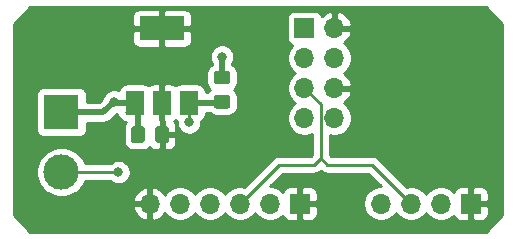
<source format=gbr>
G04 #@! TF.GenerationSoftware,KiCad,Pcbnew,5.1.5+dfsg1-2build2*
G04 #@! TF.CreationDate,2020-05-16T18:57:51+02:00*
G04 #@! TF.ProjectId,WeatherStationPcb,57656174-6865-4725-9374-6174696f6e50,1*
G04 #@! TF.SameCoordinates,Original*
G04 #@! TF.FileFunction,Copper,L1,Top*
G04 #@! TF.FilePolarity,Positive*
%FSLAX46Y46*%
G04 Gerber Fmt 4.6, Leading zero omitted, Abs format (unit mm)*
G04 Created by KiCad (PCBNEW 5.1.5+dfsg1-2build2) date 2020-05-16 18:57:51*
%MOMM*%
%LPD*%
G04 APERTURE LIST*
%ADD10C,0.100000*%
%ADD11R,3.000000X3.000000*%
%ADD12C,3.000000*%
%ADD13R,1.700000X1.700000*%
%ADD14O,1.700000X1.700000*%
%ADD15R,3.800000X2.000000*%
%ADD16R,1.500000X2.000000*%
%ADD17C,0.800000*%
%ADD18C,0.250000*%
%ADD19C,0.500000*%
%ADD20C,0.254000*%
G04 APERTURE END LIST*
G04 #@! TA.AperFunction,SMDPad,CuDef*
D10*
G36*
X78706505Y-50725204D02*
G01*
X78730773Y-50728804D01*
X78754572Y-50734765D01*
X78777671Y-50743030D01*
X78799850Y-50753520D01*
X78820893Y-50766132D01*
X78840599Y-50780747D01*
X78858777Y-50797223D01*
X78875253Y-50815401D01*
X78889868Y-50835107D01*
X78902480Y-50856150D01*
X78912970Y-50878329D01*
X78921235Y-50901428D01*
X78927196Y-50925227D01*
X78930796Y-50949495D01*
X78932000Y-50973999D01*
X78932000Y-51624001D01*
X78930796Y-51648505D01*
X78927196Y-51672773D01*
X78921235Y-51696572D01*
X78912970Y-51719671D01*
X78902480Y-51741850D01*
X78889868Y-51762893D01*
X78875253Y-51782599D01*
X78858777Y-51800777D01*
X78840599Y-51817253D01*
X78820893Y-51831868D01*
X78799850Y-51844480D01*
X78777671Y-51854970D01*
X78754572Y-51863235D01*
X78730773Y-51869196D01*
X78706505Y-51872796D01*
X78682001Y-51874000D01*
X77781999Y-51874000D01*
X77757495Y-51872796D01*
X77733227Y-51869196D01*
X77709428Y-51863235D01*
X77686329Y-51854970D01*
X77664150Y-51844480D01*
X77643107Y-51831868D01*
X77623401Y-51817253D01*
X77605223Y-51800777D01*
X77588747Y-51782599D01*
X77574132Y-51762893D01*
X77561520Y-51741850D01*
X77551030Y-51719671D01*
X77542765Y-51696572D01*
X77536804Y-51672773D01*
X77533204Y-51648505D01*
X77532000Y-51624001D01*
X77532000Y-50973999D01*
X77533204Y-50949495D01*
X77536804Y-50925227D01*
X77542765Y-50901428D01*
X77551030Y-50878329D01*
X77561520Y-50856150D01*
X77574132Y-50835107D01*
X77588747Y-50815401D01*
X77605223Y-50797223D01*
X77623401Y-50780747D01*
X77643107Y-50766132D01*
X77664150Y-50753520D01*
X77686329Y-50743030D01*
X77709428Y-50734765D01*
X77733227Y-50728804D01*
X77757495Y-50725204D01*
X77781999Y-50724000D01*
X78682001Y-50724000D01*
X78706505Y-50725204D01*
G37*
G04 #@! TD.AperFunction*
G04 #@! TA.AperFunction,SMDPad,CuDef*
G36*
X78706505Y-52775204D02*
G01*
X78730773Y-52778804D01*
X78754572Y-52784765D01*
X78777671Y-52793030D01*
X78799850Y-52803520D01*
X78820893Y-52816132D01*
X78840599Y-52830747D01*
X78858777Y-52847223D01*
X78875253Y-52865401D01*
X78889868Y-52885107D01*
X78902480Y-52906150D01*
X78912970Y-52928329D01*
X78921235Y-52951428D01*
X78927196Y-52975227D01*
X78930796Y-52999495D01*
X78932000Y-53023999D01*
X78932000Y-53674001D01*
X78930796Y-53698505D01*
X78927196Y-53722773D01*
X78921235Y-53746572D01*
X78912970Y-53769671D01*
X78902480Y-53791850D01*
X78889868Y-53812893D01*
X78875253Y-53832599D01*
X78858777Y-53850777D01*
X78840599Y-53867253D01*
X78820893Y-53881868D01*
X78799850Y-53894480D01*
X78777671Y-53904970D01*
X78754572Y-53913235D01*
X78730773Y-53919196D01*
X78706505Y-53922796D01*
X78682001Y-53924000D01*
X77781999Y-53924000D01*
X77757495Y-53922796D01*
X77733227Y-53919196D01*
X77709428Y-53913235D01*
X77686329Y-53904970D01*
X77664150Y-53894480D01*
X77643107Y-53881868D01*
X77623401Y-53867253D01*
X77605223Y-53850777D01*
X77588747Y-53832599D01*
X77574132Y-53812893D01*
X77561520Y-53791850D01*
X77551030Y-53769671D01*
X77542765Y-53746572D01*
X77536804Y-53722773D01*
X77533204Y-53698505D01*
X77532000Y-53674001D01*
X77532000Y-53023999D01*
X77533204Y-52999495D01*
X77536804Y-52975227D01*
X77542765Y-52951428D01*
X77551030Y-52928329D01*
X77561520Y-52906150D01*
X77574132Y-52885107D01*
X77588747Y-52865401D01*
X77605223Y-52847223D01*
X77623401Y-52830747D01*
X77643107Y-52816132D01*
X77664150Y-52803520D01*
X77686329Y-52793030D01*
X77709428Y-52784765D01*
X77733227Y-52778804D01*
X77757495Y-52775204D01*
X77781999Y-52774000D01*
X78682001Y-52774000D01*
X78706505Y-52775204D01*
G37*
G04 #@! TD.AperFunction*
G04 #@! TA.AperFunction,SMDPad,CuDef*
G36*
X73510505Y-55435204D02*
G01*
X73534773Y-55438804D01*
X73558572Y-55444765D01*
X73581671Y-55453030D01*
X73603850Y-55463520D01*
X73624893Y-55476132D01*
X73644599Y-55490747D01*
X73662777Y-55507223D01*
X73679253Y-55525401D01*
X73693868Y-55545107D01*
X73706480Y-55566150D01*
X73716970Y-55588329D01*
X73725235Y-55611428D01*
X73731196Y-55635227D01*
X73734796Y-55659495D01*
X73736000Y-55683999D01*
X73736000Y-56584001D01*
X73734796Y-56608505D01*
X73731196Y-56632773D01*
X73725235Y-56656572D01*
X73716970Y-56679671D01*
X73706480Y-56701850D01*
X73693868Y-56722893D01*
X73679253Y-56742599D01*
X73662777Y-56760777D01*
X73644599Y-56777253D01*
X73624893Y-56791868D01*
X73603850Y-56804480D01*
X73581671Y-56814970D01*
X73558572Y-56823235D01*
X73534773Y-56829196D01*
X73510505Y-56832796D01*
X73486001Y-56834000D01*
X72835999Y-56834000D01*
X72811495Y-56832796D01*
X72787227Y-56829196D01*
X72763428Y-56823235D01*
X72740329Y-56814970D01*
X72718150Y-56804480D01*
X72697107Y-56791868D01*
X72677401Y-56777253D01*
X72659223Y-56760777D01*
X72642747Y-56742599D01*
X72628132Y-56722893D01*
X72615520Y-56701850D01*
X72605030Y-56679671D01*
X72596765Y-56656572D01*
X72590804Y-56632773D01*
X72587204Y-56608505D01*
X72586000Y-56584001D01*
X72586000Y-55683999D01*
X72587204Y-55659495D01*
X72590804Y-55635227D01*
X72596765Y-55611428D01*
X72605030Y-55588329D01*
X72615520Y-55566150D01*
X72628132Y-55545107D01*
X72642747Y-55525401D01*
X72659223Y-55507223D01*
X72677401Y-55490747D01*
X72697107Y-55476132D01*
X72718150Y-55463520D01*
X72740329Y-55453030D01*
X72763428Y-55444765D01*
X72787227Y-55438804D01*
X72811495Y-55435204D01*
X72835999Y-55434000D01*
X73486001Y-55434000D01*
X73510505Y-55435204D01*
G37*
G04 #@! TD.AperFunction*
G04 #@! TA.AperFunction,SMDPad,CuDef*
G36*
X71460505Y-55435204D02*
G01*
X71484773Y-55438804D01*
X71508572Y-55444765D01*
X71531671Y-55453030D01*
X71553850Y-55463520D01*
X71574893Y-55476132D01*
X71594599Y-55490747D01*
X71612777Y-55507223D01*
X71629253Y-55525401D01*
X71643868Y-55545107D01*
X71656480Y-55566150D01*
X71666970Y-55588329D01*
X71675235Y-55611428D01*
X71681196Y-55635227D01*
X71684796Y-55659495D01*
X71686000Y-55683999D01*
X71686000Y-56584001D01*
X71684796Y-56608505D01*
X71681196Y-56632773D01*
X71675235Y-56656572D01*
X71666970Y-56679671D01*
X71656480Y-56701850D01*
X71643868Y-56722893D01*
X71629253Y-56742599D01*
X71612777Y-56760777D01*
X71594599Y-56777253D01*
X71574893Y-56791868D01*
X71553850Y-56804480D01*
X71531671Y-56814970D01*
X71508572Y-56823235D01*
X71484773Y-56829196D01*
X71460505Y-56832796D01*
X71436001Y-56834000D01*
X70785999Y-56834000D01*
X70761495Y-56832796D01*
X70737227Y-56829196D01*
X70713428Y-56823235D01*
X70690329Y-56814970D01*
X70668150Y-56804480D01*
X70647107Y-56791868D01*
X70627401Y-56777253D01*
X70609223Y-56760777D01*
X70592747Y-56742599D01*
X70578132Y-56722893D01*
X70565520Y-56701850D01*
X70555030Y-56679671D01*
X70546765Y-56656572D01*
X70540804Y-56632773D01*
X70537204Y-56608505D01*
X70536000Y-56584001D01*
X70536000Y-55683999D01*
X70537204Y-55659495D01*
X70540804Y-55635227D01*
X70546765Y-55611428D01*
X70555030Y-55588329D01*
X70565520Y-55566150D01*
X70578132Y-55545107D01*
X70592747Y-55525401D01*
X70609223Y-55507223D01*
X70627401Y-55490747D01*
X70647107Y-55476132D01*
X70668150Y-55463520D01*
X70690329Y-55453030D01*
X70713428Y-55444765D01*
X70737227Y-55438804D01*
X70761495Y-55435204D01*
X70785999Y-55434000D01*
X71436001Y-55434000D01*
X71460505Y-55435204D01*
G37*
G04 #@! TD.AperFunction*
D11*
X64643000Y-54229000D03*
D12*
X64643000Y-59309000D03*
D13*
X84836000Y-61976000D03*
D14*
X82296000Y-61976000D03*
X79756000Y-61976000D03*
X77216000Y-61976000D03*
X74676000Y-61976000D03*
X72136000Y-61976000D03*
D13*
X99314000Y-61976000D03*
D14*
X96774000Y-61976000D03*
X94234000Y-61976000D03*
X91694000Y-61976000D03*
D15*
X73152000Y-47142000D03*
D16*
X73152000Y-53442000D03*
X75452000Y-53442000D03*
X70852000Y-53442000D03*
D13*
X85217000Y-47117000D03*
D14*
X87757000Y-47117000D03*
X85217000Y-49657000D03*
X87757000Y-49657000D03*
X85217000Y-52197000D03*
X87757000Y-52197000D03*
X85217000Y-54737000D03*
X87757000Y-54737000D03*
D17*
X78232000Y-49530000D03*
X69088000Y-53340000D03*
X69469000Y-59309000D03*
X75452000Y-55104000D03*
D18*
X71111000Y-53701000D02*
X70852000Y-53442000D01*
D19*
X71111000Y-56134000D02*
X71111000Y-53701000D01*
D18*
X70065000Y-54229000D02*
X70852000Y-53442000D01*
D19*
X69190000Y-53442000D02*
X69088000Y-53340000D01*
X70852000Y-53442000D02*
X69190000Y-53442000D01*
X68199000Y-54229000D02*
X69088000Y-53340000D01*
X64643000Y-54229000D02*
X68199000Y-54229000D01*
X78232000Y-51299000D02*
X78232000Y-49530000D01*
D18*
X78139000Y-53442000D02*
X78232000Y-53349000D01*
D19*
X75452000Y-53442000D02*
X78139000Y-53442000D01*
D18*
X64643000Y-59309000D02*
X69469000Y-59309000D01*
X69469000Y-59309000D02*
X69469000Y-59309000D01*
X75452000Y-53442000D02*
X75452000Y-55104000D01*
X75452000Y-55104000D02*
X75452000Y-55104000D01*
X85217000Y-52197000D02*
X86581999Y-53561999D01*
X86581999Y-53561999D02*
X86581999Y-58133999D01*
X86581999Y-58133999D02*
X86041998Y-58674000D01*
X83058000Y-58674000D02*
X79756000Y-61976000D01*
X86041998Y-58674000D02*
X83058000Y-58674000D01*
X86581999Y-58133999D02*
X87122000Y-58674000D01*
X90932000Y-58674000D02*
X94234000Y-61976000D01*
X87122000Y-58674000D02*
X90932000Y-58674000D01*
D20*
G36*
X101956001Y-46763607D02*
G01*
X101956000Y-62964394D01*
X100556394Y-64364000D01*
X62003606Y-64364000D01*
X60604000Y-62964394D01*
X60604000Y-62332891D01*
X70694519Y-62332891D01*
X70791843Y-62607252D01*
X70940822Y-62857355D01*
X71135731Y-63073588D01*
X71369080Y-63247641D01*
X71631901Y-63372825D01*
X71779110Y-63417476D01*
X72009000Y-63296155D01*
X72009000Y-62103000D01*
X70815186Y-62103000D01*
X70694519Y-62332891D01*
X60604000Y-62332891D01*
X60604000Y-61619109D01*
X70694519Y-61619109D01*
X70815186Y-61849000D01*
X72009000Y-61849000D01*
X72009000Y-60655845D01*
X72263000Y-60655845D01*
X72263000Y-61849000D01*
X72283000Y-61849000D01*
X72283000Y-62103000D01*
X72263000Y-62103000D01*
X72263000Y-63296155D01*
X72492890Y-63417476D01*
X72640099Y-63372825D01*
X72902920Y-63247641D01*
X73136269Y-63073588D01*
X73331178Y-62857355D01*
X73400805Y-62740466D01*
X73522525Y-62922632D01*
X73729368Y-63129475D01*
X73972589Y-63291990D01*
X74242842Y-63403932D01*
X74529740Y-63461000D01*
X74822260Y-63461000D01*
X75109158Y-63403932D01*
X75379411Y-63291990D01*
X75622632Y-63129475D01*
X75829475Y-62922632D01*
X75946000Y-62748240D01*
X76062525Y-62922632D01*
X76269368Y-63129475D01*
X76512589Y-63291990D01*
X76782842Y-63403932D01*
X77069740Y-63461000D01*
X77362260Y-63461000D01*
X77649158Y-63403932D01*
X77919411Y-63291990D01*
X78162632Y-63129475D01*
X78369475Y-62922632D01*
X78486000Y-62748240D01*
X78602525Y-62922632D01*
X78809368Y-63129475D01*
X79052589Y-63291990D01*
X79322842Y-63403932D01*
X79609740Y-63461000D01*
X79902260Y-63461000D01*
X80189158Y-63403932D01*
X80459411Y-63291990D01*
X80702632Y-63129475D01*
X80909475Y-62922632D01*
X81026000Y-62748240D01*
X81142525Y-62922632D01*
X81349368Y-63129475D01*
X81592589Y-63291990D01*
X81862842Y-63403932D01*
X82149740Y-63461000D01*
X82442260Y-63461000D01*
X82729158Y-63403932D01*
X82999411Y-63291990D01*
X83242632Y-63129475D01*
X83374487Y-62997620D01*
X83396498Y-63070180D01*
X83455463Y-63180494D01*
X83534815Y-63277185D01*
X83631506Y-63356537D01*
X83741820Y-63415502D01*
X83861518Y-63451812D01*
X83986000Y-63464072D01*
X84550250Y-63461000D01*
X84709000Y-63302250D01*
X84709000Y-62103000D01*
X84963000Y-62103000D01*
X84963000Y-63302250D01*
X85121750Y-63461000D01*
X85686000Y-63464072D01*
X85810482Y-63451812D01*
X85930180Y-63415502D01*
X86040494Y-63356537D01*
X86137185Y-63277185D01*
X86216537Y-63180494D01*
X86275502Y-63070180D01*
X86311812Y-62950482D01*
X86324072Y-62826000D01*
X86321000Y-62261750D01*
X86162250Y-62103000D01*
X84963000Y-62103000D01*
X84709000Y-62103000D01*
X84689000Y-62103000D01*
X84689000Y-61849000D01*
X84709000Y-61849000D01*
X84709000Y-60649750D01*
X84963000Y-60649750D01*
X84963000Y-61849000D01*
X86162250Y-61849000D01*
X86321000Y-61690250D01*
X86324072Y-61126000D01*
X86311812Y-61001518D01*
X86275502Y-60881820D01*
X86216537Y-60771506D01*
X86137185Y-60674815D01*
X86040494Y-60595463D01*
X85930180Y-60536498D01*
X85810482Y-60500188D01*
X85686000Y-60487928D01*
X85121750Y-60491000D01*
X84963000Y-60649750D01*
X84709000Y-60649750D01*
X84550250Y-60491000D01*
X83986000Y-60487928D01*
X83861518Y-60500188D01*
X83741820Y-60536498D01*
X83631506Y-60595463D01*
X83534815Y-60674815D01*
X83455463Y-60771506D01*
X83396498Y-60881820D01*
X83374487Y-60954380D01*
X83242632Y-60822525D01*
X82999411Y-60660010D01*
X82729158Y-60548068D01*
X82442260Y-60491000D01*
X82315802Y-60491000D01*
X83372802Y-59434000D01*
X86004676Y-59434000D01*
X86041998Y-59437676D01*
X86079320Y-59434000D01*
X86079331Y-59434000D01*
X86190984Y-59423003D01*
X86334245Y-59379546D01*
X86466274Y-59308974D01*
X86581999Y-59214001D01*
X86697724Y-59308974D01*
X86829753Y-59379546D01*
X86973014Y-59423003D01*
X87084667Y-59434000D01*
X87084675Y-59434000D01*
X87122000Y-59437676D01*
X87159325Y-59434000D01*
X90617199Y-59434000D01*
X91674199Y-60491000D01*
X91547740Y-60491000D01*
X91260842Y-60548068D01*
X90990589Y-60660010D01*
X90747368Y-60822525D01*
X90540525Y-61029368D01*
X90378010Y-61272589D01*
X90266068Y-61542842D01*
X90209000Y-61829740D01*
X90209000Y-62122260D01*
X90266068Y-62409158D01*
X90378010Y-62679411D01*
X90540525Y-62922632D01*
X90747368Y-63129475D01*
X90990589Y-63291990D01*
X91260842Y-63403932D01*
X91547740Y-63461000D01*
X91840260Y-63461000D01*
X92127158Y-63403932D01*
X92397411Y-63291990D01*
X92640632Y-63129475D01*
X92847475Y-62922632D01*
X92964000Y-62748240D01*
X93080525Y-62922632D01*
X93287368Y-63129475D01*
X93530589Y-63291990D01*
X93800842Y-63403932D01*
X94087740Y-63461000D01*
X94380260Y-63461000D01*
X94667158Y-63403932D01*
X94937411Y-63291990D01*
X95180632Y-63129475D01*
X95387475Y-62922632D01*
X95504000Y-62748240D01*
X95620525Y-62922632D01*
X95827368Y-63129475D01*
X96070589Y-63291990D01*
X96340842Y-63403932D01*
X96627740Y-63461000D01*
X96920260Y-63461000D01*
X97207158Y-63403932D01*
X97477411Y-63291990D01*
X97720632Y-63129475D01*
X97852487Y-62997620D01*
X97874498Y-63070180D01*
X97933463Y-63180494D01*
X98012815Y-63277185D01*
X98109506Y-63356537D01*
X98219820Y-63415502D01*
X98339518Y-63451812D01*
X98464000Y-63464072D01*
X99028250Y-63461000D01*
X99187000Y-63302250D01*
X99187000Y-62103000D01*
X99441000Y-62103000D01*
X99441000Y-63302250D01*
X99599750Y-63461000D01*
X100164000Y-63464072D01*
X100288482Y-63451812D01*
X100408180Y-63415502D01*
X100518494Y-63356537D01*
X100615185Y-63277185D01*
X100694537Y-63180494D01*
X100753502Y-63070180D01*
X100789812Y-62950482D01*
X100802072Y-62826000D01*
X100799000Y-62261750D01*
X100640250Y-62103000D01*
X99441000Y-62103000D01*
X99187000Y-62103000D01*
X99167000Y-62103000D01*
X99167000Y-61849000D01*
X99187000Y-61849000D01*
X99187000Y-60649750D01*
X99441000Y-60649750D01*
X99441000Y-61849000D01*
X100640250Y-61849000D01*
X100799000Y-61690250D01*
X100802072Y-61126000D01*
X100789812Y-61001518D01*
X100753502Y-60881820D01*
X100694537Y-60771506D01*
X100615185Y-60674815D01*
X100518494Y-60595463D01*
X100408180Y-60536498D01*
X100288482Y-60500188D01*
X100164000Y-60487928D01*
X99599750Y-60491000D01*
X99441000Y-60649750D01*
X99187000Y-60649750D01*
X99028250Y-60491000D01*
X98464000Y-60487928D01*
X98339518Y-60500188D01*
X98219820Y-60536498D01*
X98109506Y-60595463D01*
X98012815Y-60674815D01*
X97933463Y-60771506D01*
X97874498Y-60881820D01*
X97852487Y-60954380D01*
X97720632Y-60822525D01*
X97477411Y-60660010D01*
X97207158Y-60548068D01*
X96920260Y-60491000D01*
X96627740Y-60491000D01*
X96340842Y-60548068D01*
X96070589Y-60660010D01*
X95827368Y-60822525D01*
X95620525Y-61029368D01*
X95504000Y-61203760D01*
X95387475Y-61029368D01*
X95180632Y-60822525D01*
X94937411Y-60660010D01*
X94667158Y-60548068D01*
X94380260Y-60491000D01*
X94087740Y-60491000D01*
X93867592Y-60534790D01*
X91495804Y-58163003D01*
X91472001Y-58133999D01*
X91356276Y-58039026D01*
X91224247Y-57968454D01*
X91080986Y-57924997D01*
X90969333Y-57914000D01*
X90969322Y-57914000D01*
X90932000Y-57910324D01*
X90894678Y-57914000D01*
X87436802Y-57914000D01*
X87341999Y-57819198D01*
X87341999Y-56168544D01*
X87610740Y-56222000D01*
X87903260Y-56222000D01*
X88190158Y-56164932D01*
X88460411Y-56052990D01*
X88703632Y-55890475D01*
X88910475Y-55683632D01*
X89072990Y-55440411D01*
X89184932Y-55170158D01*
X89242000Y-54883260D01*
X89242000Y-54590740D01*
X89184932Y-54303842D01*
X89072990Y-54033589D01*
X88910475Y-53790368D01*
X88703632Y-53583525D01*
X88521466Y-53461805D01*
X88638355Y-53392178D01*
X88854588Y-53197269D01*
X89028641Y-52963920D01*
X89153825Y-52701099D01*
X89198476Y-52553890D01*
X89077155Y-52324000D01*
X87884000Y-52324000D01*
X87884000Y-52344000D01*
X87630000Y-52344000D01*
X87630000Y-52324000D01*
X87610000Y-52324000D01*
X87610000Y-52070000D01*
X87630000Y-52070000D01*
X87630000Y-52050000D01*
X87884000Y-52050000D01*
X87884000Y-52070000D01*
X89077155Y-52070000D01*
X89198476Y-51840110D01*
X89153825Y-51692901D01*
X89028641Y-51430080D01*
X88854588Y-51196731D01*
X88638355Y-51001822D01*
X88521466Y-50932195D01*
X88703632Y-50810475D01*
X88910475Y-50603632D01*
X89072990Y-50360411D01*
X89184932Y-50090158D01*
X89242000Y-49803260D01*
X89242000Y-49510740D01*
X89184932Y-49223842D01*
X89072990Y-48953589D01*
X88910475Y-48710368D01*
X88703632Y-48503525D01*
X88521466Y-48381805D01*
X88638355Y-48312178D01*
X88854588Y-48117269D01*
X89028641Y-47883920D01*
X89153825Y-47621099D01*
X89198476Y-47473890D01*
X89077155Y-47244000D01*
X87884000Y-47244000D01*
X87884000Y-47264000D01*
X87630000Y-47264000D01*
X87630000Y-47244000D01*
X87610000Y-47244000D01*
X87610000Y-46990000D01*
X87630000Y-46990000D01*
X87630000Y-45796186D01*
X87884000Y-45796186D01*
X87884000Y-46990000D01*
X89077155Y-46990000D01*
X89198476Y-46760110D01*
X89153825Y-46612901D01*
X89028641Y-46350080D01*
X88854588Y-46116731D01*
X88638355Y-45921822D01*
X88388252Y-45772843D01*
X88113891Y-45675519D01*
X87884000Y-45796186D01*
X87630000Y-45796186D01*
X87400109Y-45675519D01*
X87125748Y-45772843D01*
X86875645Y-45921822D01*
X86679498Y-46098626D01*
X86656502Y-46022820D01*
X86597537Y-45912506D01*
X86518185Y-45815815D01*
X86421494Y-45736463D01*
X86311180Y-45677498D01*
X86191482Y-45641188D01*
X86067000Y-45628928D01*
X84367000Y-45628928D01*
X84242518Y-45641188D01*
X84122820Y-45677498D01*
X84012506Y-45736463D01*
X83915815Y-45815815D01*
X83836463Y-45912506D01*
X83777498Y-46022820D01*
X83741188Y-46142518D01*
X83728928Y-46267000D01*
X83728928Y-47967000D01*
X83741188Y-48091482D01*
X83777498Y-48211180D01*
X83836463Y-48321494D01*
X83915815Y-48418185D01*
X84012506Y-48497537D01*
X84122820Y-48556502D01*
X84195380Y-48578513D01*
X84063525Y-48710368D01*
X83901010Y-48953589D01*
X83789068Y-49223842D01*
X83732000Y-49510740D01*
X83732000Y-49803260D01*
X83789068Y-50090158D01*
X83901010Y-50360411D01*
X84063525Y-50603632D01*
X84270368Y-50810475D01*
X84444760Y-50927000D01*
X84270368Y-51043525D01*
X84063525Y-51250368D01*
X83901010Y-51493589D01*
X83789068Y-51763842D01*
X83732000Y-52050740D01*
X83732000Y-52343260D01*
X83789068Y-52630158D01*
X83901010Y-52900411D01*
X84063525Y-53143632D01*
X84270368Y-53350475D01*
X84444760Y-53467000D01*
X84270368Y-53583525D01*
X84063525Y-53790368D01*
X83901010Y-54033589D01*
X83789068Y-54303842D01*
X83732000Y-54590740D01*
X83732000Y-54883260D01*
X83789068Y-55170158D01*
X83901010Y-55440411D01*
X84063525Y-55683632D01*
X84270368Y-55890475D01*
X84513589Y-56052990D01*
X84783842Y-56164932D01*
X85070740Y-56222000D01*
X85363260Y-56222000D01*
X85650158Y-56164932D01*
X85822000Y-56093753D01*
X85822000Y-57819196D01*
X85727197Y-57914000D01*
X83095322Y-57914000D01*
X83057999Y-57910324D01*
X83020676Y-57914000D01*
X83020667Y-57914000D01*
X82909014Y-57924997D01*
X82765753Y-57968454D01*
X82633724Y-58039026D01*
X82517999Y-58133999D01*
X82494201Y-58162997D01*
X80122408Y-60534791D01*
X79902260Y-60491000D01*
X79609740Y-60491000D01*
X79322842Y-60548068D01*
X79052589Y-60660010D01*
X78809368Y-60822525D01*
X78602525Y-61029368D01*
X78486000Y-61203760D01*
X78369475Y-61029368D01*
X78162632Y-60822525D01*
X77919411Y-60660010D01*
X77649158Y-60548068D01*
X77362260Y-60491000D01*
X77069740Y-60491000D01*
X76782842Y-60548068D01*
X76512589Y-60660010D01*
X76269368Y-60822525D01*
X76062525Y-61029368D01*
X75946000Y-61203760D01*
X75829475Y-61029368D01*
X75622632Y-60822525D01*
X75379411Y-60660010D01*
X75109158Y-60548068D01*
X74822260Y-60491000D01*
X74529740Y-60491000D01*
X74242842Y-60548068D01*
X73972589Y-60660010D01*
X73729368Y-60822525D01*
X73522525Y-61029368D01*
X73400805Y-61211534D01*
X73331178Y-61094645D01*
X73136269Y-60878412D01*
X72902920Y-60704359D01*
X72640099Y-60579175D01*
X72492890Y-60534524D01*
X72263000Y-60655845D01*
X72009000Y-60655845D01*
X71779110Y-60534524D01*
X71631901Y-60579175D01*
X71369080Y-60704359D01*
X71135731Y-60878412D01*
X70940822Y-61094645D01*
X70791843Y-61344748D01*
X70694519Y-61619109D01*
X60604000Y-61619109D01*
X60604000Y-59098721D01*
X62508000Y-59098721D01*
X62508000Y-59519279D01*
X62590047Y-59931756D01*
X62750988Y-60320302D01*
X62984637Y-60669983D01*
X63282017Y-60967363D01*
X63631698Y-61201012D01*
X64020244Y-61361953D01*
X64432721Y-61444000D01*
X64853279Y-61444000D01*
X65265756Y-61361953D01*
X65654302Y-61201012D01*
X66003983Y-60967363D01*
X66301363Y-60669983D01*
X66535012Y-60320302D01*
X66639105Y-60069000D01*
X68765289Y-60069000D01*
X68809226Y-60112937D01*
X68978744Y-60226205D01*
X69167102Y-60304226D01*
X69367061Y-60344000D01*
X69570939Y-60344000D01*
X69770898Y-60304226D01*
X69959256Y-60226205D01*
X70128774Y-60112937D01*
X70272937Y-59968774D01*
X70386205Y-59799256D01*
X70464226Y-59610898D01*
X70504000Y-59410939D01*
X70504000Y-59207061D01*
X70464226Y-59007102D01*
X70386205Y-58818744D01*
X70272937Y-58649226D01*
X70128774Y-58505063D01*
X69959256Y-58391795D01*
X69770898Y-58313774D01*
X69570939Y-58274000D01*
X69367061Y-58274000D01*
X69167102Y-58313774D01*
X68978744Y-58391795D01*
X68809226Y-58505063D01*
X68765289Y-58549000D01*
X66639105Y-58549000D01*
X66535012Y-58297698D01*
X66301363Y-57948017D01*
X66003983Y-57650637D01*
X65654302Y-57416988D01*
X65265756Y-57256047D01*
X64853279Y-57174000D01*
X64432721Y-57174000D01*
X64020244Y-57256047D01*
X63631698Y-57416988D01*
X63282017Y-57650637D01*
X62984637Y-57948017D01*
X62750988Y-58297698D01*
X62590047Y-58686244D01*
X62508000Y-59098721D01*
X60604000Y-59098721D01*
X60604000Y-52729000D01*
X62504928Y-52729000D01*
X62504928Y-55729000D01*
X62517188Y-55853482D01*
X62553498Y-55973180D01*
X62612463Y-56083494D01*
X62691815Y-56180185D01*
X62788506Y-56259537D01*
X62898820Y-56318502D01*
X63018518Y-56354812D01*
X63143000Y-56367072D01*
X66143000Y-56367072D01*
X66267482Y-56354812D01*
X66387180Y-56318502D01*
X66497494Y-56259537D01*
X66594185Y-56180185D01*
X66673537Y-56083494D01*
X66732502Y-55973180D01*
X66768812Y-55853482D01*
X66781072Y-55729000D01*
X66781072Y-55114000D01*
X68155531Y-55114000D01*
X68199000Y-55118281D01*
X68242469Y-55114000D01*
X68242477Y-55114000D01*
X68372490Y-55101195D01*
X68539313Y-55050589D01*
X68693059Y-54968411D01*
X68827817Y-54857817D01*
X68855534Y-54824044D01*
X69314706Y-54364872D01*
X69315998Y-54377985D01*
X69359454Y-54521246D01*
X69430026Y-54653276D01*
X69524999Y-54769001D01*
X69598206Y-54829080D01*
X69650815Y-54893185D01*
X69747506Y-54972537D01*
X69857820Y-55031502D01*
X69977518Y-55067812D01*
X70102000Y-55080072D01*
X70138314Y-55080072D01*
X70047595Y-55190613D01*
X69965528Y-55344149D01*
X69914992Y-55510745D01*
X69897928Y-55683999D01*
X69897928Y-56584001D01*
X69914992Y-56757255D01*
X69965528Y-56923851D01*
X70047595Y-57077387D01*
X70158038Y-57211962D01*
X70292613Y-57322405D01*
X70446149Y-57404472D01*
X70612745Y-57455008D01*
X70785999Y-57472072D01*
X71436001Y-57472072D01*
X71609255Y-57455008D01*
X71775851Y-57404472D01*
X71929387Y-57322405D01*
X72063962Y-57211962D01*
X72069342Y-57205406D01*
X72134815Y-57285185D01*
X72231506Y-57364537D01*
X72341820Y-57423502D01*
X72461518Y-57459812D01*
X72586000Y-57472072D01*
X72875250Y-57469000D01*
X73034000Y-57310250D01*
X73034000Y-56261000D01*
X73288000Y-56261000D01*
X73288000Y-57310250D01*
X73446750Y-57469000D01*
X73736000Y-57472072D01*
X73860482Y-57459812D01*
X73980180Y-57423502D01*
X74090494Y-57364537D01*
X74187185Y-57285185D01*
X74266537Y-57188494D01*
X74325502Y-57078180D01*
X74361812Y-56958482D01*
X74374072Y-56834000D01*
X74371000Y-56419750D01*
X74212250Y-56261000D01*
X73288000Y-56261000D01*
X73034000Y-56261000D01*
X73014000Y-56261000D01*
X73014000Y-56007000D01*
X73034000Y-56007000D01*
X73034000Y-54957750D01*
X73009750Y-54933500D01*
X73025000Y-54918250D01*
X73025000Y-53569000D01*
X73005000Y-53569000D01*
X73005000Y-53315000D01*
X73025000Y-53315000D01*
X73025000Y-51965750D01*
X73279000Y-51965750D01*
X73279000Y-53315000D01*
X73299000Y-53315000D01*
X73299000Y-53569000D01*
X73279000Y-53569000D01*
X73279000Y-54918250D01*
X73303250Y-54942500D01*
X73288000Y-54957750D01*
X73288000Y-56007000D01*
X74212250Y-56007000D01*
X74371000Y-55848250D01*
X74374072Y-55434000D01*
X74361812Y-55309518D01*
X74325502Y-55189820D01*
X74266537Y-55079506D01*
X74202455Y-55001422D01*
X74256494Y-54972537D01*
X74302000Y-54935191D01*
X74347506Y-54972537D01*
X74417000Y-55009683D01*
X74417000Y-55205939D01*
X74456774Y-55405898D01*
X74534795Y-55594256D01*
X74648063Y-55763774D01*
X74792226Y-55907937D01*
X74961744Y-56021205D01*
X75150102Y-56099226D01*
X75350061Y-56139000D01*
X75553939Y-56139000D01*
X75753898Y-56099226D01*
X75942256Y-56021205D01*
X76111774Y-55907937D01*
X76255937Y-55763774D01*
X76369205Y-55594256D01*
X76447226Y-55405898D01*
X76487000Y-55205939D01*
X76487000Y-55009683D01*
X76556494Y-54972537D01*
X76653185Y-54893185D01*
X76732537Y-54796494D01*
X76791502Y-54686180D01*
X76827812Y-54566482D01*
X76840072Y-54442000D01*
X76840072Y-54327000D01*
X77184547Y-54327000D01*
X77288613Y-54412405D01*
X77442149Y-54494472D01*
X77608745Y-54545008D01*
X77781999Y-54562072D01*
X78682001Y-54562072D01*
X78855255Y-54545008D01*
X79021851Y-54494472D01*
X79175387Y-54412405D01*
X79309962Y-54301962D01*
X79420405Y-54167387D01*
X79502472Y-54013851D01*
X79553008Y-53847255D01*
X79570072Y-53674001D01*
X79570072Y-53023999D01*
X79553008Y-52850745D01*
X79502472Y-52684149D01*
X79420405Y-52530613D01*
X79309962Y-52396038D01*
X79222184Y-52324000D01*
X79309962Y-52251962D01*
X79420405Y-52117387D01*
X79502472Y-51963851D01*
X79553008Y-51797255D01*
X79570072Y-51624001D01*
X79570072Y-50973999D01*
X79553008Y-50800745D01*
X79502472Y-50634149D01*
X79420405Y-50480613D01*
X79309962Y-50346038D01*
X79175387Y-50235595D01*
X79117000Y-50204386D01*
X79117000Y-50068454D01*
X79149205Y-50020256D01*
X79227226Y-49831898D01*
X79267000Y-49631939D01*
X79267000Y-49428061D01*
X79227226Y-49228102D01*
X79149205Y-49039744D01*
X79035937Y-48870226D01*
X78891774Y-48726063D01*
X78722256Y-48612795D01*
X78533898Y-48534774D01*
X78333939Y-48495000D01*
X78130061Y-48495000D01*
X77930102Y-48534774D01*
X77741744Y-48612795D01*
X77572226Y-48726063D01*
X77428063Y-48870226D01*
X77314795Y-49039744D01*
X77236774Y-49228102D01*
X77197000Y-49428061D01*
X77197000Y-49631939D01*
X77236774Y-49831898D01*
X77314795Y-50020256D01*
X77347001Y-50068455D01*
X77347001Y-50204386D01*
X77288613Y-50235595D01*
X77154038Y-50346038D01*
X77043595Y-50480613D01*
X76961528Y-50634149D01*
X76910992Y-50800745D01*
X76893928Y-50973999D01*
X76893928Y-51624001D01*
X76910992Y-51797255D01*
X76961528Y-51963851D01*
X77043595Y-52117387D01*
X77154038Y-52251962D01*
X77241816Y-52324000D01*
X77154038Y-52396038D01*
X77043595Y-52530613D01*
X77029491Y-52557000D01*
X76840072Y-52557000D01*
X76840072Y-52442000D01*
X76827812Y-52317518D01*
X76791502Y-52197820D01*
X76732537Y-52087506D01*
X76653185Y-51990815D01*
X76556494Y-51911463D01*
X76446180Y-51852498D01*
X76326482Y-51816188D01*
X76202000Y-51803928D01*
X74702000Y-51803928D01*
X74577518Y-51816188D01*
X74457820Y-51852498D01*
X74347506Y-51911463D01*
X74302000Y-51948809D01*
X74256494Y-51911463D01*
X74146180Y-51852498D01*
X74026482Y-51816188D01*
X73902000Y-51803928D01*
X73437750Y-51807000D01*
X73279000Y-51965750D01*
X73025000Y-51965750D01*
X72866250Y-51807000D01*
X72402000Y-51803928D01*
X72277518Y-51816188D01*
X72157820Y-51852498D01*
X72047506Y-51911463D01*
X72002000Y-51948809D01*
X71956494Y-51911463D01*
X71846180Y-51852498D01*
X71726482Y-51816188D01*
X71602000Y-51803928D01*
X70102000Y-51803928D01*
X69977518Y-51816188D01*
X69857820Y-51852498D01*
X69747506Y-51911463D01*
X69650815Y-51990815D01*
X69571463Y-52087506D01*
X69512498Y-52197820D01*
X69476188Y-52317518D01*
X69470227Y-52378047D01*
X69389898Y-52344774D01*
X69189939Y-52305000D01*
X68986061Y-52305000D01*
X68786102Y-52344774D01*
X68597744Y-52422795D01*
X68428226Y-52536063D01*
X68284063Y-52680226D01*
X68170795Y-52849744D01*
X68092774Y-53038102D01*
X68081465Y-53094956D01*
X67832422Y-53344000D01*
X66781072Y-53344000D01*
X66781072Y-52729000D01*
X66768812Y-52604518D01*
X66732502Y-52484820D01*
X66673537Y-52374506D01*
X66594185Y-52277815D01*
X66497494Y-52198463D01*
X66387180Y-52139498D01*
X66267482Y-52103188D01*
X66143000Y-52090928D01*
X63143000Y-52090928D01*
X63018518Y-52103188D01*
X62898820Y-52139498D01*
X62788506Y-52198463D01*
X62691815Y-52277815D01*
X62612463Y-52374506D01*
X62553498Y-52484820D01*
X62517188Y-52604518D01*
X62504928Y-52729000D01*
X60604000Y-52729000D01*
X60604000Y-48142000D01*
X70613928Y-48142000D01*
X70626188Y-48266482D01*
X70662498Y-48386180D01*
X70721463Y-48496494D01*
X70800815Y-48593185D01*
X70897506Y-48672537D01*
X71007820Y-48731502D01*
X71127518Y-48767812D01*
X71252000Y-48780072D01*
X72866250Y-48777000D01*
X73025000Y-48618250D01*
X73025000Y-47269000D01*
X73279000Y-47269000D01*
X73279000Y-48618250D01*
X73437750Y-48777000D01*
X75052000Y-48780072D01*
X75176482Y-48767812D01*
X75296180Y-48731502D01*
X75406494Y-48672537D01*
X75503185Y-48593185D01*
X75582537Y-48496494D01*
X75641502Y-48386180D01*
X75677812Y-48266482D01*
X75690072Y-48142000D01*
X75687000Y-47427750D01*
X75528250Y-47269000D01*
X73279000Y-47269000D01*
X73025000Y-47269000D01*
X70775750Y-47269000D01*
X70617000Y-47427750D01*
X70613928Y-48142000D01*
X60604000Y-48142000D01*
X60604000Y-46763606D01*
X61225606Y-46142000D01*
X70613928Y-46142000D01*
X70617000Y-46856250D01*
X70775750Y-47015000D01*
X73025000Y-47015000D01*
X73025000Y-45665750D01*
X73279000Y-45665750D01*
X73279000Y-47015000D01*
X75528250Y-47015000D01*
X75687000Y-46856250D01*
X75690072Y-46142000D01*
X75677812Y-46017518D01*
X75641502Y-45897820D01*
X75582537Y-45787506D01*
X75503185Y-45690815D01*
X75406494Y-45611463D01*
X75296180Y-45552498D01*
X75176482Y-45516188D01*
X75052000Y-45503928D01*
X73437750Y-45507000D01*
X73279000Y-45665750D01*
X73025000Y-45665750D01*
X72866250Y-45507000D01*
X71252000Y-45503928D01*
X71127518Y-45516188D01*
X71007820Y-45552498D01*
X70897506Y-45611463D01*
X70800815Y-45690815D01*
X70721463Y-45787506D01*
X70662498Y-45897820D01*
X70626188Y-46017518D01*
X70613928Y-46142000D01*
X61225606Y-46142000D01*
X62003606Y-45364000D01*
X100556394Y-45364000D01*
X101956001Y-46763607D01*
G37*
X101956001Y-46763607D02*
X101956000Y-62964394D01*
X100556394Y-64364000D01*
X62003606Y-64364000D01*
X60604000Y-62964394D01*
X60604000Y-62332891D01*
X70694519Y-62332891D01*
X70791843Y-62607252D01*
X70940822Y-62857355D01*
X71135731Y-63073588D01*
X71369080Y-63247641D01*
X71631901Y-63372825D01*
X71779110Y-63417476D01*
X72009000Y-63296155D01*
X72009000Y-62103000D01*
X70815186Y-62103000D01*
X70694519Y-62332891D01*
X60604000Y-62332891D01*
X60604000Y-61619109D01*
X70694519Y-61619109D01*
X70815186Y-61849000D01*
X72009000Y-61849000D01*
X72009000Y-60655845D01*
X72263000Y-60655845D01*
X72263000Y-61849000D01*
X72283000Y-61849000D01*
X72283000Y-62103000D01*
X72263000Y-62103000D01*
X72263000Y-63296155D01*
X72492890Y-63417476D01*
X72640099Y-63372825D01*
X72902920Y-63247641D01*
X73136269Y-63073588D01*
X73331178Y-62857355D01*
X73400805Y-62740466D01*
X73522525Y-62922632D01*
X73729368Y-63129475D01*
X73972589Y-63291990D01*
X74242842Y-63403932D01*
X74529740Y-63461000D01*
X74822260Y-63461000D01*
X75109158Y-63403932D01*
X75379411Y-63291990D01*
X75622632Y-63129475D01*
X75829475Y-62922632D01*
X75946000Y-62748240D01*
X76062525Y-62922632D01*
X76269368Y-63129475D01*
X76512589Y-63291990D01*
X76782842Y-63403932D01*
X77069740Y-63461000D01*
X77362260Y-63461000D01*
X77649158Y-63403932D01*
X77919411Y-63291990D01*
X78162632Y-63129475D01*
X78369475Y-62922632D01*
X78486000Y-62748240D01*
X78602525Y-62922632D01*
X78809368Y-63129475D01*
X79052589Y-63291990D01*
X79322842Y-63403932D01*
X79609740Y-63461000D01*
X79902260Y-63461000D01*
X80189158Y-63403932D01*
X80459411Y-63291990D01*
X80702632Y-63129475D01*
X80909475Y-62922632D01*
X81026000Y-62748240D01*
X81142525Y-62922632D01*
X81349368Y-63129475D01*
X81592589Y-63291990D01*
X81862842Y-63403932D01*
X82149740Y-63461000D01*
X82442260Y-63461000D01*
X82729158Y-63403932D01*
X82999411Y-63291990D01*
X83242632Y-63129475D01*
X83374487Y-62997620D01*
X83396498Y-63070180D01*
X83455463Y-63180494D01*
X83534815Y-63277185D01*
X83631506Y-63356537D01*
X83741820Y-63415502D01*
X83861518Y-63451812D01*
X83986000Y-63464072D01*
X84550250Y-63461000D01*
X84709000Y-63302250D01*
X84709000Y-62103000D01*
X84963000Y-62103000D01*
X84963000Y-63302250D01*
X85121750Y-63461000D01*
X85686000Y-63464072D01*
X85810482Y-63451812D01*
X85930180Y-63415502D01*
X86040494Y-63356537D01*
X86137185Y-63277185D01*
X86216537Y-63180494D01*
X86275502Y-63070180D01*
X86311812Y-62950482D01*
X86324072Y-62826000D01*
X86321000Y-62261750D01*
X86162250Y-62103000D01*
X84963000Y-62103000D01*
X84709000Y-62103000D01*
X84689000Y-62103000D01*
X84689000Y-61849000D01*
X84709000Y-61849000D01*
X84709000Y-60649750D01*
X84963000Y-60649750D01*
X84963000Y-61849000D01*
X86162250Y-61849000D01*
X86321000Y-61690250D01*
X86324072Y-61126000D01*
X86311812Y-61001518D01*
X86275502Y-60881820D01*
X86216537Y-60771506D01*
X86137185Y-60674815D01*
X86040494Y-60595463D01*
X85930180Y-60536498D01*
X85810482Y-60500188D01*
X85686000Y-60487928D01*
X85121750Y-60491000D01*
X84963000Y-60649750D01*
X84709000Y-60649750D01*
X84550250Y-60491000D01*
X83986000Y-60487928D01*
X83861518Y-60500188D01*
X83741820Y-60536498D01*
X83631506Y-60595463D01*
X83534815Y-60674815D01*
X83455463Y-60771506D01*
X83396498Y-60881820D01*
X83374487Y-60954380D01*
X83242632Y-60822525D01*
X82999411Y-60660010D01*
X82729158Y-60548068D01*
X82442260Y-60491000D01*
X82315802Y-60491000D01*
X83372802Y-59434000D01*
X86004676Y-59434000D01*
X86041998Y-59437676D01*
X86079320Y-59434000D01*
X86079331Y-59434000D01*
X86190984Y-59423003D01*
X86334245Y-59379546D01*
X86466274Y-59308974D01*
X86581999Y-59214001D01*
X86697724Y-59308974D01*
X86829753Y-59379546D01*
X86973014Y-59423003D01*
X87084667Y-59434000D01*
X87084675Y-59434000D01*
X87122000Y-59437676D01*
X87159325Y-59434000D01*
X90617199Y-59434000D01*
X91674199Y-60491000D01*
X91547740Y-60491000D01*
X91260842Y-60548068D01*
X90990589Y-60660010D01*
X90747368Y-60822525D01*
X90540525Y-61029368D01*
X90378010Y-61272589D01*
X90266068Y-61542842D01*
X90209000Y-61829740D01*
X90209000Y-62122260D01*
X90266068Y-62409158D01*
X90378010Y-62679411D01*
X90540525Y-62922632D01*
X90747368Y-63129475D01*
X90990589Y-63291990D01*
X91260842Y-63403932D01*
X91547740Y-63461000D01*
X91840260Y-63461000D01*
X92127158Y-63403932D01*
X92397411Y-63291990D01*
X92640632Y-63129475D01*
X92847475Y-62922632D01*
X92964000Y-62748240D01*
X93080525Y-62922632D01*
X93287368Y-63129475D01*
X93530589Y-63291990D01*
X93800842Y-63403932D01*
X94087740Y-63461000D01*
X94380260Y-63461000D01*
X94667158Y-63403932D01*
X94937411Y-63291990D01*
X95180632Y-63129475D01*
X95387475Y-62922632D01*
X95504000Y-62748240D01*
X95620525Y-62922632D01*
X95827368Y-63129475D01*
X96070589Y-63291990D01*
X96340842Y-63403932D01*
X96627740Y-63461000D01*
X96920260Y-63461000D01*
X97207158Y-63403932D01*
X97477411Y-63291990D01*
X97720632Y-63129475D01*
X97852487Y-62997620D01*
X97874498Y-63070180D01*
X97933463Y-63180494D01*
X98012815Y-63277185D01*
X98109506Y-63356537D01*
X98219820Y-63415502D01*
X98339518Y-63451812D01*
X98464000Y-63464072D01*
X99028250Y-63461000D01*
X99187000Y-63302250D01*
X99187000Y-62103000D01*
X99441000Y-62103000D01*
X99441000Y-63302250D01*
X99599750Y-63461000D01*
X100164000Y-63464072D01*
X100288482Y-63451812D01*
X100408180Y-63415502D01*
X100518494Y-63356537D01*
X100615185Y-63277185D01*
X100694537Y-63180494D01*
X100753502Y-63070180D01*
X100789812Y-62950482D01*
X100802072Y-62826000D01*
X100799000Y-62261750D01*
X100640250Y-62103000D01*
X99441000Y-62103000D01*
X99187000Y-62103000D01*
X99167000Y-62103000D01*
X99167000Y-61849000D01*
X99187000Y-61849000D01*
X99187000Y-60649750D01*
X99441000Y-60649750D01*
X99441000Y-61849000D01*
X100640250Y-61849000D01*
X100799000Y-61690250D01*
X100802072Y-61126000D01*
X100789812Y-61001518D01*
X100753502Y-60881820D01*
X100694537Y-60771506D01*
X100615185Y-60674815D01*
X100518494Y-60595463D01*
X100408180Y-60536498D01*
X100288482Y-60500188D01*
X100164000Y-60487928D01*
X99599750Y-60491000D01*
X99441000Y-60649750D01*
X99187000Y-60649750D01*
X99028250Y-60491000D01*
X98464000Y-60487928D01*
X98339518Y-60500188D01*
X98219820Y-60536498D01*
X98109506Y-60595463D01*
X98012815Y-60674815D01*
X97933463Y-60771506D01*
X97874498Y-60881820D01*
X97852487Y-60954380D01*
X97720632Y-60822525D01*
X97477411Y-60660010D01*
X97207158Y-60548068D01*
X96920260Y-60491000D01*
X96627740Y-60491000D01*
X96340842Y-60548068D01*
X96070589Y-60660010D01*
X95827368Y-60822525D01*
X95620525Y-61029368D01*
X95504000Y-61203760D01*
X95387475Y-61029368D01*
X95180632Y-60822525D01*
X94937411Y-60660010D01*
X94667158Y-60548068D01*
X94380260Y-60491000D01*
X94087740Y-60491000D01*
X93867592Y-60534790D01*
X91495804Y-58163003D01*
X91472001Y-58133999D01*
X91356276Y-58039026D01*
X91224247Y-57968454D01*
X91080986Y-57924997D01*
X90969333Y-57914000D01*
X90969322Y-57914000D01*
X90932000Y-57910324D01*
X90894678Y-57914000D01*
X87436802Y-57914000D01*
X87341999Y-57819198D01*
X87341999Y-56168544D01*
X87610740Y-56222000D01*
X87903260Y-56222000D01*
X88190158Y-56164932D01*
X88460411Y-56052990D01*
X88703632Y-55890475D01*
X88910475Y-55683632D01*
X89072990Y-55440411D01*
X89184932Y-55170158D01*
X89242000Y-54883260D01*
X89242000Y-54590740D01*
X89184932Y-54303842D01*
X89072990Y-54033589D01*
X88910475Y-53790368D01*
X88703632Y-53583525D01*
X88521466Y-53461805D01*
X88638355Y-53392178D01*
X88854588Y-53197269D01*
X89028641Y-52963920D01*
X89153825Y-52701099D01*
X89198476Y-52553890D01*
X89077155Y-52324000D01*
X87884000Y-52324000D01*
X87884000Y-52344000D01*
X87630000Y-52344000D01*
X87630000Y-52324000D01*
X87610000Y-52324000D01*
X87610000Y-52070000D01*
X87630000Y-52070000D01*
X87630000Y-52050000D01*
X87884000Y-52050000D01*
X87884000Y-52070000D01*
X89077155Y-52070000D01*
X89198476Y-51840110D01*
X89153825Y-51692901D01*
X89028641Y-51430080D01*
X88854588Y-51196731D01*
X88638355Y-51001822D01*
X88521466Y-50932195D01*
X88703632Y-50810475D01*
X88910475Y-50603632D01*
X89072990Y-50360411D01*
X89184932Y-50090158D01*
X89242000Y-49803260D01*
X89242000Y-49510740D01*
X89184932Y-49223842D01*
X89072990Y-48953589D01*
X88910475Y-48710368D01*
X88703632Y-48503525D01*
X88521466Y-48381805D01*
X88638355Y-48312178D01*
X88854588Y-48117269D01*
X89028641Y-47883920D01*
X89153825Y-47621099D01*
X89198476Y-47473890D01*
X89077155Y-47244000D01*
X87884000Y-47244000D01*
X87884000Y-47264000D01*
X87630000Y-47264000D01*
X87630000Y-47244000D01*
X87610000Y-47244000D01*
X87610000Y-46990000D01*
X87630000Y-46990000D01*
X87630000Y-45796186D01*
X87884000Y-45796186D01*
X87884000Y-46990000D01*
X89077155Y-46990000D01*
X89198476Y-46760110D01*
X89153825Y-46612901D01*
X89028641Y-46350080D01*
X88854588Y-46116731D01*
X88638355Y-45921822D01*
X88388252Y-45772843D01*
X88113891Y-45675519D01*
X87884000Y-45796186D01*
X87630000Y-45796186D01*
X87400109Y-45675519D01*
X87125748Y-45772843D01*
X86875645Y-45921822D01*
X86679498Y-46098626D01*
X86656502Y-46022820D01*
X86597537Y-45912506D01*
X86518185Y-45815815D01*
X86421494Y-45736463D01*
X86311180Y-45677498D01*
X86191482Y-45641188D01*
X86067000Y-45628928D01*
X84367000Y-45628928D01*
X84242518Y-45641188D01*
X84122820Y-45677498D01*
X84012506Y-45736463D01*
X83915815Y-45815815D01*
X83836463Y-45912506D01*
X83777498Y-46022820D01*
X83741188Y-46142518D01*
X83728928Y-46267000D01*
X83728928Y-47967000D01*
X83741188Y-48091482D01*
X83777498Y-48211180D01*
X83836463Y-48321494D01*
X83915815Y-48418185D01*
X84012506Y-48497537D01*
X84122820Y-48556502D01*
X84195380Y-48578513D01*
X84063525Y-48710368D01*
X83901010Y-48953589D01*
X83789068Y-49223842D01*
X83732000Y-49510740D01*
X83732000Y-49803260D01*
X83789068Y-50090158D01*
X83901010Y-50360411D01*
X84063525Y-50603632D01*
X84270368Y-50810475D01*
X84444760Y-50927000D01*
X84270368Y-51043525D01*
X84063525Y-51250368D01*
X83901010Y-51493589D01*
X83789068Y-51763842D01*
X83732000Y-52050740D01*
X83732000Y-52343260D01*
X83789068Y-52630158D01*
X83901010Y-52900411D01*
X84063525Y-53143632D01*
X84270368Y-53350475D01*
X84444760Y-53467000D01*
X84270368Y-53583525D01*
X84063525Y-53790368D01*
X83901010Y-54033589D01*
X83789068Y-54303842D01*
X83732000Y-54590740D01*
X83732000Y-54883260D01*
X83789068Y-55170158D01*
X83901010Y-55440411D01*
X84063525Y-55683632D01*
X84270368Y-55890475D01*
X84513589Y-56052990D01*
X84783842Y-56164932D01*
X85070740Y-56222000D01*
X85363260Y-56222000D01*
X85650158Y-56164932D01*
X85822000Y-56093753D01*
X85822000Y-57819196D01*
X85727197Y-57914000D01*
X83095322Y-57914000D01*
X83057999Y-57910324D01*
X83020676Y-57914000D01*
X83020667Y-57914000D01*
X82909014Y-57924997D01*
X82765753Y-57968454D01*
X82633724Y-58039026D01*
X82517999Y-58133999D01*
X82494201Y-58162997D01*
X80122408Y-60534791D01*
X79902260Y-60491000D01*
X79609740Y-60491000D01*
X79322842Y-60548068D01*
X79052589Y-60660010D01*
X78809368Y-60822525D01*
X78602525Y-61029368D01*
X78486000Y-61203760D01*
X78369475Y-61029368D01*
X78162632Y-60822525D01*
X77919411Y-60660010D01*
X77649158Y-60548068D01*
X77362260Y-60491000D01*
X77069740Y-60491000D01*
X76782842Y-60548068D01*
X76512589Y-60660010D01*
X76269368Y-60822525D01*
X76062525Y-61029368D01*
X75946000Y-61203760D01*
X75829475Y-61029368D01*
X75622632Y-60822525D01*
X75379411Y-60660010D01*
X75109158Y-60548068D01*
X74822260Y-60491000D01*
X74529740Y-60491000D01*
X74242842Y-60548068D01*
X73972589Y-60660010D01*
X73729368Y-60822525D01*
X73522525Y-61029368D01*
X73400805Y-61211534D01*
X73331178Y-61094645D01*
X73136269Y-60878412D01*
X72902920Y-60704359D01*
X72640099Y-60579175D01*
X72492890Y-60534524D01*
X72263000Y-60655845D01*
X72009000Y-60655845D01*
X71779110Y-60534524D01*
X71631901Y-60579175D01*
X71369080Y-60704359D01*
X71135731Y-60878412D01*
X70940822Y-61094645D01*
X70791843Y-61344748D01*
X70694519Y-61619109D01*
X60604000Y-61619109D01*
X60604000Y-59098721D01*
X62508000Y-59098721D01*
X62508000Y-59519279D01*
X62590047Y-59931756D01*
X62750988Y-60320302D01*
X62984637Y-60669983D01*
X63282017Y-60967363D01*
X63631698Y-61201012D01*
X64020244Y-61361953D01*
X64432721Y-61444000D01*
X64853279Y-61444000D01*
X65265756Y-61361953D01*
X65654302Y-61201012D01*
X66003983Y-60967363D01*
X66301363Y-60669983D01*
X66535012Y-60320302D01*
X66639105Y-60069000D01*
X68765289Y-60069000D01*
X68809226Y-60112937D01*
X68978744Y-60226205D01*
X69167102Y-60304226D01*
X69367061Y-60344000D01*
X69570939Y-60344000D01*
X69770898Y-60304226D01*
X69959256Y-60226205D01*
X70128774Y-60112937D01*
X70272937Y-59968774D01*
X70386205Y-59799256D01*
X70464226Y-59610898D01*
X70504000Y-59410939D01*
X70504000Y-59207061D01*
X70464226Y-59007102D01*
X70386205Y-58818744D01*
X70272937Y-58649226D01*
X70128774Y-58505063D01*
X69959256Y-58391795D01*
X69770898Y-58313774D01*
X69570939Y-58274000D01*
X69367061Y-58274000D01*
X69167102Y-58313774D01*
X68978744Y-58391795D01*
X68809226Y-58505063D01*
X68765289Y-58549000D01*
X66639105Y-58549000D01*
X66535012Y-58297698D01*
X66301363Y-57948017D01*
X66003983Y-57650637D01*
X65654302Y-57416988D01*
X65265756Y-57256047D01*
X64853279Y-57174000D01*
X64432721Y-57174000D01*
X64020244Y-57256047D01*
X63631698Y-57416988D01*
X63282017Y-57650637D01*
X62984637Y-57948017D01*
X62750988Y-58297698D01*
X62590047Y-58686244D01*
X62508000Y-59098721D01*
X60604000Y-59098721D01*
X60604000Y-52729000D01*
X62504928Y-52729000D01*
X62504928Y-55729000D01*
X62517188Y-55853482D01*
X62553498Y-55973180D01*
X62612463Y-56083494D01*
X62691815Y-56180185D01*
X62788506Y-56259537D01*
X62898820Y-56318502D01*
X63018518Y-56354812D01*
X63143000Y-56367072D01*
X66143000Y-56367072D01*
X66267482Y-56354812D01*
X66387180Y-56318502D01*
X66497494Y-56259537D01*
X66594185Y-56180185D01*
X66673537Y-56083494D01*
X66732502Y-55973180D01*
X66768812Y-55853482D01*
X66781072Y-55729000D01*
X66781072Y-55114000D01*
X68155531Y-55114000D01*
X68199000Y-55118281D01*
X68242469Y-55114000D01*
X68242477Y-55114000D01*
X68372490Y-55101195D01*
X68539313Y-55050589D01*
X68693059Y-54968411D01*
X68827817Y-54857817D01*
X68855534Y-54824044D01*
X69314706Y-54364872D01*
X69315998Y-54377985D01*
X69359454Y-54521246D01*
X69430026Y-54653276D01*
X69524999Y-54769001D01*
X69598206Y-54829080D01*
X69650815Y-54893185D01*
X69747506Y-54972537D01*
X69857820Y-55031502D01*
X69977518Y-55067812D01*
X70102000Y-55080072D01*
X70138314Y-55080072D01*
X70047595Y-55190613D01*
X69965528Y-55344149D01*
X69914992Y-55510745D01*
X69897928Y-55683999D01*
X69897928Y-56584001D01*
X69914992Y-56757255D01*
X69965528Y-56923851D01*
X70047595Y-57077387D01*
X70158038Y-57211962D01*
X70292613Y-57322405D01*
X70446149Y-57404472D01*
X70612745Y-57455008D01*
X70785999Y-57472072D01*
X71436001Y-57472072D01*
X71609255Y-57455008D01*
X71775851Y-57404472D01*
X71929387Y-57322405D01*
X72063962Y-57211962D01*
X72069342Y-57205406D01*
X72134815Y-57285185D01*
X72231506Y-57364537D01*
X72341820Y-57423502D01*
X72461518Y-57459812D01*
X72586000Y-57472072D01*
X72875250Y-57469000D01*
X73034000Y-57310250D01*
X73034000Y-56261000D01*
X73288000Y-56261000D01*
X73288000Y-57310250D01*
X73446750Y-57469000D01*
X73736000Y-57472072D01*
X73860482Y-57459812D01*
X73980180Y-57423502D01*
X74090494Y-57364537D01*
X74187185Y-57285185D01*
X74266537Y-57188494D01*
X74325502Y-57078180D01*
X74361812Y-56958482D01*
X74374072Y-56834000D01*
X74371000Y-56419750D01*
X74212250Y-56261000D01*
X73288000Y-56261000D01*
X73034000Y-56261000D01*
X73014000Y-56261000D01*
X73014000Y-56007000D01*
X73034000Y-56007000D01*
X73034000Y-54957750D01*
X73009750Y-54933500D01*
X73025000Y-54918250D01*
X73025000Y-53569000D01*
X73005000Y-53569000D01*
X73005000Y-53315000D01*
X73025000Y-53315000D01*
X73025000Y-51965750D01*
X73279000Y-51965750D01*
X73279000Y-53315000D01*
X73299000Y-53315000D01*
X73299000Y-53569000D01*
X73279000Y-53569000D01*
X73279000Y-54918250D01*
X73303250Y-54942500D01*
X73288000Y-54957750D01*
X73288000Y-56007000D01*
X74212250Y-56007000D01*
X74371000Y-55848250D01*
X74374072Y-55434000D01*
X74361812Y-55309518D01*
X74325502Y-55189820D01*
X74266537Y-55079506D01*
X74202455Y-55001422D01*
X74256494Y-54972537D01*
X74302000Y-54935191D01*
X74347506Y-54972537D01*
X74417000Y-55009683D01*
X74417000Y-55205939D01*
X74456774Y-55405898D01*
X74534795Y-55594256D01*
X74648063Y-55763774D01*
X74792226Y-55907937D01*
X74961744Y-56021205D01*
X75150102Y-56099226D01*
X75350061Y-56139000D01*
X75553939Y-56139000D01*
X75753898Y-56099226D01*
X75942256Y-56021205D01*
X76111774Y-55907937D01*
X76255937Y-55763774D01*
X76369205Y-55594256D01*
X76447226Y-55405898D01*
X76487000Y-55205939D01*
X76487000Y-55009683D01*
X76556494Y-54972537D01*
X76653185Y-54893185D01*
X76732537Y-54796494D01*
X76791502Y-54686180D01*
X76827812Y-54566482D01*
X76840072Y-54442000D01*
X76840072Y-54327000D01*
X77184547Y-54327000D01*
X77288613Y-54412405D01*
X77442149Y-54494472D01*
X77608745Y-54545008D01*
X77781999Y-54562072D01*
X78682001Y-54562072D01*
X78855255Y-54545008D01*
X79021851Y-54494472D01*
X79175387Y-54412405D01*
X79309962Y-54301962D01*
X79420405Y-54167387D01*
X79502472Y-54013851D01*
X79553008Y-53847255D01*
X79570072Y-53674001D01*
X79570072Y-53023999D01*
X79553008Y-52850745D01*
X79502472Y-52684149D01*
X79420405Y-52530613D01*
X79309962Y-52396038D01*
X79222184Y-52324000D01*
X79309962Y-52251962D01*
X79420405Y-52117387D01*
X79502472Y-51963851D01*
X79553008Y-51797255D01*
X79570072Y-51624001D01*
X79570072Y-50973999D01*
X79553008Y-50800745D01*
X79502472Y-50634149D01*
X79420405Y-50480613D01*
X79309962Y-50346038D01*
X79175387Y-50235595D01*
X79117000Y-50204386D01*
X79117000Y-50068454D01*
X79149205Y-50020256D01*
X79227226Y-49831898D01*
X79267000Y-49631939D01*
X79267000Y-49428061D01*
X79227226Y-49228102D01*
X79149205Y-49039744D01*
X79035937Y-48870226D01*
X78891774Y-48726063D01*
X78722256Y-48612795D01*
X78533898Y-48534774D01*
X78333939Y-48495000D01*
X78130061Y-48495000D01*
X77930102Y-48534774D01*
X77741744Y-48612795D01*
X77572226Y-48726063D01*
X77428063Y-48870226D01*
X77314795Y-49039744D01*
X77236774Y-49228102D01*
X77197000Y-49428061D01*
X77197000Y-49631939D01*
X77236774Y-49831898D01*
X77314795Y-50020256D01*
X77347001Y-50068455D01*
X77347001Y-50204386D01*
X77288613Y-50235595D01*
X77154038Y-50346038D01*
X77043595Y-50480613D01*
X76961528Y-50634149D01*
X76910992Y-50800745D01*
X76893928Y-50973999D01*
X76893928Y-51624001D01*
X76910992Y-51797255D01*
X76961528Y-51963851D01*
X77043595Y-52117387D01*
X77154038Y-52251962D01*
X77241816Y-52324000D01*
X77154038Y-52396038D01*
X77043595Y-52530613D01*
X77029491Y-52557000D01*
X76840072Y-52557000D01*
X76840072Y-52442000D01*
X76827812Y-52317518D01*
X76791502Y-52197820D01*
X76732537Y-52087506D01*
X76653185Y-51990815D01*
X76556494Y-51911463D01*
X76446180Y-51852498D01*
X76326482Y-51816188D01*
X76202000Y-51803928D01*
X74702000Y-51803928D01*
X74577518Y-51816188D01*
X74457820Y-51852498D01*
X74347506Y-51911463D01*
X74302000Y-51948809D01*
X74256494Y-51911463D01*
X74146180Y-51852498D01*
X74026482Y-51816188D01*
X73902000Y-51803928D01*
X73437750Y-51807000D01*
X73279000Y-51965750D01*
X73025000Y-51965750D01*
X72866250Y-51807000D01*
X72402000Y-51803928D01*
X72277518Y-51816188D01*
X72157820Y-51852498D01*
X72047506Y-51911463D01*
X72002000Y-51948809D01*
X71956494Y-51911463D01*
X71846180Y-51852498D01*
X71726482Y-51816188D01*
X71602000Y-51803928D01*
X70102000Y-51803928D01*
X69977518Y-51816188D01*
X69857820Y-51852498D01*
X69747506Y-51911463D01*
X69650815Y-51990815D01*
X69571463Y-52087506D01*
X69512498Y-52197820D01*
X69476188Y-52317518D01*
X69470227Y-52378047D01*
X69389898Y-52344774D01*
X69189939Y-52305000D01*
X68986061Y-52305000D01*
X68786102Y-52344774D01*
X68597744Y-52422795D01*
X68428226Y-52536063D01*
X68284063Y-52680226D01*
X68170795Y-52849744D01*
X68092774Y-53038102D01*
X68081465Y-53094956D01*
X67832422Y-53344000D01*
X66781072Y-53344000D01*
X66781072Y-52729000D01*
X66768812Y-52604518D01*
X66732502Y-52484820D01*
X66673537Y-52374506D01*
X66594185Y-52277815D01*
X66497494Y-52198463D01*
X66387180Y-52139498D01*
X66267482Y-52103188D01*
X66143000Y-52090928D01*
X63143000Y-52090928D01*
X63018518Y-52103188D01*
X62898820Y-52139498D01*
X62788506Y-52198463D01*
X62691815Y-52277815D01*
X62612463Y-52374506D01*
X62553498Y-52484820D01*
X62517188Y-52604518D01*
X62504928Y-52729000D01*
X60604000Y-52729000D01*
X60604000Y-48142000D01*
X70613928Y-48142000D01*
X70626188Y-48266482D01*
X70662498Y-48386180D01*
X70721463Y-48496494D01*
X70800815Y-48593185D01*
X70897506Y-48672537D01*
X71007820Y-48731502D01*
X71127518Y-48767812D01*
X71252000Y-48780072D01*
X72866250Y-48777000D01*
X73025000Y-48618250D01*
X73025000Y-47269000D01*
X73279000Y-47269000D01*
X73279000Y-48618250D01*
X73437750Y-48777000D01*
X75052000Y-48780072D01*
X75176482Y-48767812D01*
X75296180Y-48731502D01*
X75406494Y-48672537D01*
X75503185Y-48593185D01*
X75582537Y-48496494D01*
X75641502Y-48386180D01*
X75677812Y-48266482D01*
X75690072Y-48142000D01*
X75687000Y-47427750D01*
X75528250Y-47269000D01*
X73279000Y-47269000D01*
X73025000Y-47269000D01*
X70775750Y-47269000D01*
X70617000Y-47427750D01*
X70613928Y-48142000D01*
X60604000Y-48142000D01*
X60604000Y-46763606D01*
X61225606Y-46142000D01*
X70613928Y-46142000D01*
X70617000Y-46856250D01*
X70775750Y-47015000D01*
X73025000Y-47015000D01*
X73025000Y-45665750D01*
X73279000Y-45665750D01*
X73279000Y-47015000D01*
X75528250Y-47015000D01*
X75687000Y-46856250D01*
X75690072Y-46142000D01*
X75677812Y-46017518D01*
X75641502Y-45897820D01*
X75582537Y-45787506D01*
X75503185Y-45690815D01*
X75406494Y-45611463D01*
X75296180Y-45552498D01*
X75176482Y-45516188D01*
X75052000Y-45503928D01*
X73437750Y-45507000D01*
X73279000Y-45665750D01*
X73025000Y-45665750D01*
X72866250Y-45507000D01*
X71252000Y-45503928D01*
X71127518Y-45516188D01*
X71007820Y-45552498D01*
X70897506Y-45611463D01*
X70800815Y-45690815D01*
X70721463Y-45787506D01*
X70662498Y-45897820D01*
X70626188Y-46017518D01*
X70613928Y-46142000D01*
X61225606Y-46142000D01*
X62003606Y-45364000D01*
X100556394Y-45364000D01*
X101956001Y-46763607D01*
M02*

</source>
